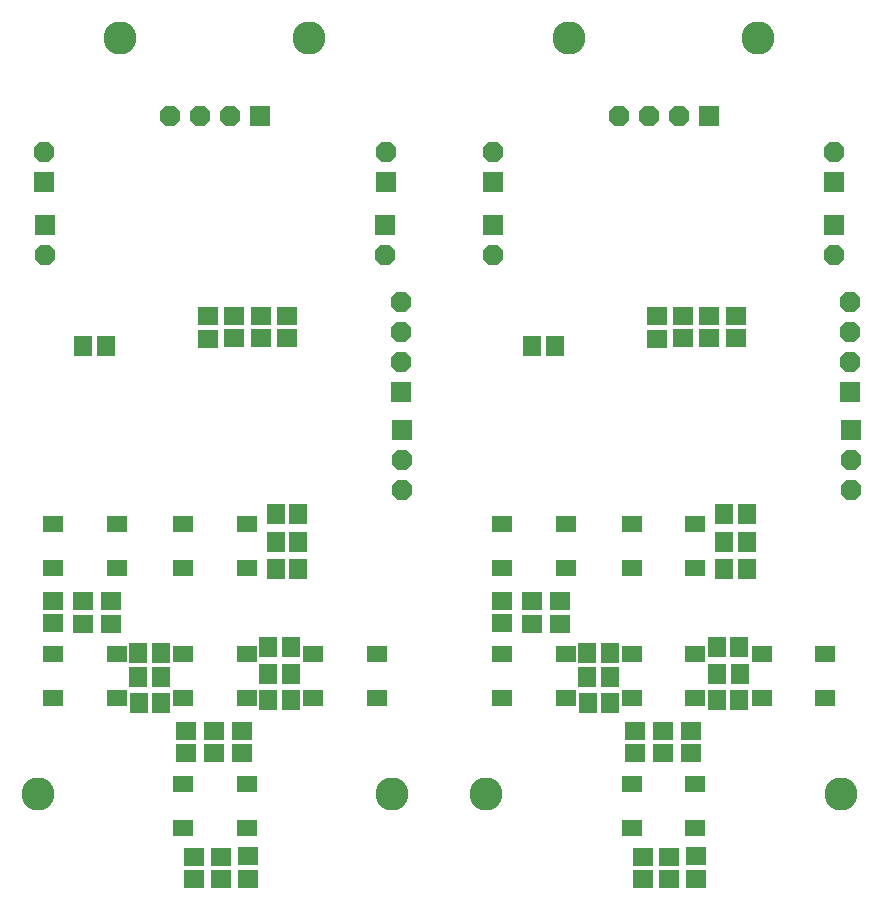
<source format=gbr>
G04 EAGLE Gerber RS-274X export*
G75*
%MOMM*%
%FSLAX34Y34*%
%LPD*%
%INSoldermask Top*%
%IPPOS*%
%AMOC8*
5,1,8,0,0,1.08239X$1,22.5*%
G01*
%ADD10C,2.803200*%
%ADD11R,1.503200X1.703200*%
%ADD12R,1.727200X1.727200*%
%ADD13P,1.869504X8X292.500000*%
%ADD14P,1.869504X8X112.500000*%
%ADD15R,1.753200X1.403200*%
%ADD16R,1.703200X1.503200*%
%ADD17P,1.869504X8X202.500000*%
%ADD18R,1.503200X1.803200*%


D10*
X30000Y95000D03*
X330000Y95000D03*
X410000Y95000D03*
X710000Y95000D03*
X100000Y735000D03*
X260000Y735000D03*
X480000Y735000D03*
X640000Y735000D03*
D11*
X231500Y285600D03*
X250500Y285600D03*
D12*
X338374Y403138D03*
D13*
X338374Y377738D03*
X338374Y352338D03*
D12*
X337534Y435338D03*
D14*
X337534Y460738D03*
X337534Y486138D03*
X337534Y511538D03*
D15*
X153000Y323500D03*
X207000Y323500D03*
X153000Y286500D03*
X207000Y286500D03*
D11*
X231500Y331900D03*
X250500Y331900D03*
X250500Y308900D03*
X231500Y308900D03*
D15*
X153000Y213500D03*
X207000Y213500D03*
X153000Y176500D03*
X207000Y176500D03*
D16*
X203500Y149000D03*
X203500Y130000D03*
X155800Y129700D03*
X155800Y148700D03*
X179300Y148800D03*
X179300Y129800D03*
D15*
X153000Y103500D03*
X207000Y103500D03*
X153000Y66500D03*
X207000Y66500D03*
D16*
X207800Y42400D03*
X207800Y23400D03*
X162500Y22900D03*
X162500Y41900D03*
X185000Y42300D03*
X185000Y23300D03*
D15*
X43000Y213500D03*
X97000Y213500D03*
X43000Y176500D03*
X97000Y176500D03*
D11*
X134800Y172400D03*
X115800Y172400D03*
X115300Y214400D03*
X134300Y214400D03*
X134400Y194000D03*
X115400Y194000D03*
D15*
X263000Y213500D03*
X317000Y213500D03*
X263000Y176500D03*
X317000Y176500D03*
D11*
X225200Y219300D03*
X244200Y219300D03*
X244200Y174900D03*
X225200Y174900D03*
X225500Y197200D03*
X244500Y197200D03*
D12*
X218100Y669500D03*
D17*
X192700Y669500D03*
X167300Y669500D03*
X141900Y669500D03*
D15*
X43000Y323500D03*
X97000Y323500D03*
X43000Y286500D03*
X97000Y286500D03*
D16*
X92300Y239500D03*
X92300Y258500D03*
X43200Y258700D03*
X43200Y239700D03*
X68300Y239500D03*
X68300Y258500D03*
X174100Y480800D03*
X174100Y499800D03*
X218800Y481200D03*
X218800Y500200D03*
X196500Y481100D03*
X196500Y500100D03*
D12*
X324700Y613400D03*
D14*
X324700Y638800D03*
D12*
X35700Y613400D03*
D14*
X35700Y638800D03*
D16*
X241500Y500200D03*
X241500Y481200D03*
D18*
X87700Y474500D03*
X68700Y474500D03*
D12*
X35900Y577300D03*
D13*
X35900Y551900D03*
D12*
X324300Y577300D03*
D13*
X324300Y551900D03*
D11*
X611500Y285600D03*
X630500Y285600D03*
D12*
X718374Y403138D03*
D13*
X718374Y377738D03*
X718374Y352338D03*
D12*
X717534Y435338D03*
D14*
X717534Y460738D03*
X717534Y486138D03*
X717534Y511538D03*
D15*
X533000Y323500D03*
X587000Y323500D03*
X533000Y286500D03*
X587000Y286500D03*
D11*
X611500Y331900D03*
X630500Y331900D03*
X630500Y308900D03*
X611500Y308900D03*
D15*
X533000Y213500D03*
X587000Y213500D03*
X533000Y176500D03*
X587000Y176500D03*
D16*
X583500Y149000D03*
X583500Y130000D03*
X535800Y129700D03*
X535800Y148700D03*
X559300Y148800D03*
X559300Y129800D03*
D15*
X533000Y103500D03*
X587000Y103500D03*
X533000Y66500D03*
X587000Y66500D03*
D16*
X587800Y42400D03*
X587800Y23400D03*
X542500Y22900D03*
X542500Y41900D03*
X565000Y42300D03*
X565000Y23300D03*
D15*
X423000Y213500D03*
X477000Y213500D03*
X423000Y176500D03*
X477000Y176500D03*
D11*
X514800Y172400D03*
X495800Y172400D03*
X495300Y214400D03*
X514300Y214400D03*
X514400Y194000D03*
X495400Y194000D03*
D15*
X643000Y213500D03*
X697000Y213500D03*
X643000Y176500D03*
X697000Y176500D03*
D11*
X605200Y219300D03*
X624200Y219300D03*
X624200Y174900D03*
X605200Y174900D03*
X605500Y197200D03*
X624500Y197200D03*
D12*
X598100Y669500D03*
D17*
X572700Y669500D03*
X547300Y669500D03*
X521900Y669500D03*
D15*
X423000Y323500D03*
X477000Y323500D03*
X423000Y286500D03*
X477000Y286500D03*
D16*
X472300Y239500D03*
X472300Y258500D03*
X423200Y258700D03*
X423200Y239700D03*
X448300Y239500D03*
X448300Y258500D03*
X554100Y480800D03*
X554100Y499800D03*
X598800Y481200D03*
X598800Y500200D03*
X576500Y481100D03*
X576500Y500100D03*
D12*
X704700Y613400D03*
D14*
X704700Y638800D03*
D12*
X415700Y613400D03*
D14*
X415700Y638800D03*
D16*
X621500Y500200D03*
X621500Y481200D03*
D18*
X467700Y474500D03*
X448700Y474500D03*
D12*
X415900Y577300D03*
D13*
X415900Y551900D03*
D12*
X704300Y577300D03*
D13*
X704300Y551900D03*
M02*

</source>
